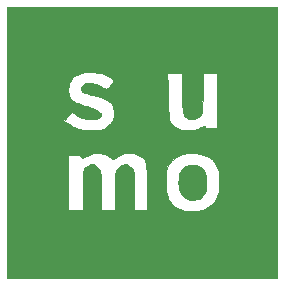
<source format=gbr>
G04 #@! TF.GenerationSoftware,KiCad,Pcbnew,(5.1.10)-1*
G04 #@! TF.CreationDate,2021-09-01T23:51:14-05:00*
G04 #@! TF.ProjectId,Bsides-KC-2021-Sumo-Logic-Sponsor-SAO-SVG2Shenzen v1_00 (Paths),42736964-6573-42d4-9b43-2d323032312d,rev?*
G04 #@! TF.SameCoordinates,Original*
G04 #@! TF.FileFunction,Legend,Top*
G04 #@! TF.FilePolarity,Positive*
%FSLAX46Y46*%
G04 Gerber Fmt 4.6, Leading zero omitted, Abs format (unit mm)*
G04 Created by KiCad (PCBNEW (5.1.10)-1) date 2021-09-01 23:51:14*
%MOMM*%
%LPD*%
G01*
G04 APERTURE LIST*
%ADD10C,0.010000*%
G04 APERTURE END LIST*
D10*
G04 #@! TO.C,G\u002A\u002A\u002A*
G36*
X156689667Y-91055834D02*
G01*
X133850834Y-91055834D01*
X133850834Y-80595604D01*
X139036667Y-80595604D01*
X139036667Y-85256167D01*
X140264334Y-85256167D01*
X140264880Y-83875042D01*
X140265295Y-83542429D01*
X140266426Y-83249292D01*
X140268520Y-82992774D01*
X140271825Y-82770021D01*
X140276586Y-82578177D01*
X140283052Y-82414387D01*
X140291468Y-82275795D01*
X140302083Y-82159546D01*
X140315143Y-82062784D01*
X140330895Y-81982654D01*
X140349587Y-81916301D01*
X140371465Y-81860869D01*
X140396777Y-81813502D01*
X140425769Y-81771346D01*
X140449407Y-81742213D01*
X140509521Y-81683211D01*
X140594914Y-81613419D01*
X140693318Y-81541598D01*
X140792464Y-81476510D01*
X140880083Y-81426914D01*
X140910930Y-81412629D01*
X141025517Y-81385527D01*
X141145245Y-81392616D01*
X141235227Y-81423586D01*
X141309666Y-81472448D01*
X141397712Y-81546667D01*
X141489673Y-81636256D01*
X141575853Y-81731230D01*
X141646559Y-81821601D01*
X141689167Y-81891188D01*
X141712272Y-81939520D01*
X141732373Y-81985620D01*
X141749700Y-82032716D01*
X141764484Y-82084030D01*
X141776953Y-82142786D01*
X141787339Y-82212210D01*
X141795871Y-82295526D01*
X141802779Y-82395958D01*
X141808293Y-82516730D01*
X141812643Y-82661066D01*
X141816059Y-82832192D01*
X141818770Y-83033330D01*
X141821008Y-83267707D01*
X141823001Y-83538545D01*
X141824616Y-83790375D01*
X141833732Y-85256167D01*
X142994834Y-85256167D01*
X142995169Y-83980875D01*
X142995640Y-83658157D01*
X142996941Y-83374725D01*
X142999178Y-83127535D01*
X143002453Y-82913545D01*
X143006871Y-82729713D01*
X143012535Y-82572998D01*
X143019549Y-82440356D01*
X143028017Y-82328746D01*
X143038044Y-82235125D01*
X143049732Y-82156451D01*
X143059116Y-82107907D01*
X143102833Y-81974990D01*
X143177125Y-81849980D01*
X143285968Y-81727254D01*
X143397140Y-81629709D01*
X143544540Y-81517641D01*
X143671368Y-81438686D01*
X143783549Y-81392943D01*
X143887006Y-81380509D01*
X143987664Y-81401482D01*
X144091447Y-81455960D01*
X144204279Y-81544040D01*
X144311100Y-81644778D01*
X144417001Y-81762699D01*
X144494647Y-81881831D01*
X144550909Y-82015350D01*
X144592658Y-82176431D01*
X144595402Y-82190022D01*
X144602488Y-82230454D01*
X144608664Y-82277697D01*
X144614018Y-82335009D01*
X144618639Y-82405647D01*
X144622617Y-82492868D01*
X144626041Y-82599931D01*
X144628999Y-82730092D01*
X144631581Y-82886609D01*
X144633876Y-83072740D01*
X144635973Y-83291742D01*
X144637961Y-83546873D01*
X144639739Y-83811542D01*
X144648935Y-85256167D01*
X145725334Y-85256167D01*
X145725060Y-84076125D01*
X145723828Y-83622583D01*
X145720320Y-83210201D01*
X145716188Y-82946702D01*
X147322921Y-82946702D01*
X147324145Y-83128777D01*
X147327112Y-83300372D01*
X147331857Y-83454888D01*
X147338416Y-83585727D01*
X147346823Y-83686289D01*
X147350579Y-83715659D01*
X147397561Y-83971644D01*
X147459145Y-84192834D01*
X147537835Y-84385000D01*
X147636133Y-84553912D01*
X147756542Y-84705344D01*
X147799108Y-84750002D01*
X148023728Y-84948111D01*
X148269614Y-85110603D01*
X148537989Y-85238059D01*
X148830074Y-85331062D01*
X149143750Y-85389760D01*
X149236706Y-85397349D01*
X149360325Y-85401144D01*
X149503130Y-85401382D01*
X149653643Y-85398301D01*
X149800386Y-85392138D01*
X149931882Y-85383130D01*
X150036654Y-85371516D01*
X150038452Y-85371251D01*
X150344754Y-85306061D01*
X150634156Y-85204795D01*
X150903227Y-85069207D01*
X151148538Y-84901054D01*
X151366660Y-84702090D01*
X151385772Y-84681726D01*
X151505969Y-84532977D01*
X151603197Y-84368866D01*
X151680099Y-84183055D01*
X151739320Y-83969209D01*
X151781917Y-83732167D01*
X151791167Y-83641481D01*
X151798640Y-83515990D01*
X151804334Y-83363163D01*
X151808246Y-83190472D01*
X151810374Y-83005389D01*
X151810716Y-82815383D01*
X151809270Y-82627926D01*
X151806034Y-82450488D01*
X151801005Y-82290542D01*
X151794182Y-82155557D01*
X151785561Y-82053005D01*
X151782421Y-82028250D01*
X151741513Y-81818122D01*
X151679999Y-81632089D01*
X151593278Y-81461606D01*
X151476749Y-81298126D01*
X151325812Y-81133104D01*
X151272895Y-81081793D01*
X151039907Y-80889897D01*
X150782945Y-80732274D01*
X150503627Y-80609474D01*
X150203571Y-80522047D01*
X149884393Y-80470544D01*
X149547711Y-80455514D01*
X149440084Y-80458345D01*
X149099650Y-80491112D01*
X148782134Y-80559462D01*
X148487489Y-80663413D01*
X148215670Y-80802986D01*
X147966630Y-80978198D01*
X147790151Y-81137623D01*
X147634496Y-81313410D01*
X147515049Y-81495761D01*
X147426307Y-81694858D01*
X147362764Y-81920882D01*
X147360165Y-81933000D01*
X147350184Y-82003679D01*
X147341697Y-82110067D01*
X147334741Y-82245566D01*
X147329349Y-82403578D01*
X147325558Y-82577504D01*
X147323404Y-82760744D01*
X147322921Y-82946702D01*
X145716188Y-82946702D01*
X145714480Y-82837865D01*
X145706258Y-82504461D01*
X145695599Y-82208873D01*
X145682451Y-81949988D01*
X145666761Y-81726690D01*
X145648476Y-81537866D01*
X145627543Y-81382401D01*
X145603909Y-81259181D01*
X145588536Y-81200682D01*
X145526414Y-81063461D01*
X145427325Y-80934102D01*
X145296271Y-80814923D01*
X145138254Y-80708243D01*
X144958276Y-80616381D01*
X144761339Y-80541656D01*
X144552445Y-80486387D01*
X144336597Y-80452894D01*
X144118796Y-80443494D01*
X143973439Y-80451914D01*
X143780030Y-80480737D01*
X143607650Y-80528124D01*
X143444741Y-80598821D01*
X143279743Y-80697570D01*
X143153584Y-80788382D01*
X143072988Y-80846290D01*
X142996277Y-80895393D01*
X142934820Y-80928671D01*
X142911705Y-80937669D01*
X142850866Y-80944636D01*
X142782922Y-80930588D01*
X142701852Y-80892937D01*
X142601638Y-80829096D01*
X142518584Y-80768727D01*
X142348003Y-80654028D01*
X142176743Y-80568842D01*
X141994724Y-80509732D01*
X141791864Y-80473261D01*
X141607297Y-80458049D01*
X141378336Y-80456045D01*
X141175090Y-80476146D01*
X140985500Y-80521347D01*
X140797506Y-80594640D01*
X140599051Y-80699021D01*
X140571618Y-80715170D01*
X140446564Y-80786258D01*
X140349830Y-80832310D01*
X140276202Y-80854135D01*
X140220469Y-80852537D01*
X140177419Y-80828323D01*
X140141839Y-80782299D01*
X140141492Y-80781711D01*
X140098546Y-80729058D01*
X140033220Y-80686578D01*
X139975359Y-80661174D01*
X139927493Y-80643815D01*
X139879434Y-80630805D01*
X139823642Y-80621331D01*
X139752578Y-80614584D01*
X139658699Y-80609751D01*
X139534465Y-80606022D01*
X139444125Y-80604015D01*
X139036667Y-80595604D01*
X133850834Y-80595604D01*
X133850834Y-77732256D01*
X138702362Y-77732256D01*
X138959473Y-77915045D01*
X139123749Y-78030139D01*
X139261444Y-78122362D01*
X139378954Y-78195389D01*
X139482676Y-78252892D01*
X139579006Y-78298546D01*
X139674340Y-78336024D01*
X139719255Y-78351409D01*
X139890250Y-78401210D01*
X140073691Y-78441409D01*
X140274575Y-78472527D01*
X140497896Y-78495082D01*
X140748651Y-78509593D01*
X141031833Y-78516580D01*
X141312084Y-78516914D01*
X141473906Y-78515432D01*
X141599679Y-78513429D01*
X141695683Y-78510389D01*
X141768204Y-78505800D01*
X141823523Y-78499147D01*
X141867923Y-78489915D01*
X141907687Y-78477591D01*
X141939322Y-78465583D01*
X142068890Y-78401293D01*
X142215218Y-78306254D01*
X142371861Y-78185121D01*
X142532374Y-78042552D01*
X142555449Y-78020510D01*
X142671102Y-77900104D01*
X142760540Y-77783784D01*
X142826347Y-77664032D01*
X142871103Y-77533329D01*
X142897391Y-77384157D01*
X142907793Y-77208998D01*
X142904980Y-77002710D01*
X142889589Y-76794782D01*
X142858458Y-76619245D01*
X142808484Y-76468085D01*
X142736562Y-76333290D01*
X142639588Y-76206846D01*
X142567247Y-76130826D01*
X142451520Y-76034926D01*
X142302807Y-75940005D01*
X142130259Y-75851125D01*
X141943025Y-75773347D01*
X141882265Y-75751888D01*
X141808053Y-75729057D01*
X141701604Y-75699377D01*
X141572000Y-75665224D01*
X141428319Y-75628971D01*
X141279642Y-75592995D01*
X141233327Y-75582123D01*
X140982026Y-75521231D01*
X140769788Y-75464381D01*
X140593661Y-75410424D01*
X140450694Y-75358210D01*
X140337936Y-75306590D01*
X140252435Y-75254416D01*
X140191240Y-75200539D01*
X140164306Y-75165920D01*
X140133535Y-75082738D01*
X140133962Y-74984049D01*
X140163057Y-74879928D01*
X140218290Y-74780449D01*
X140278270Y-74712204D01*
X140403328Y-74624472D01*
X140558929Y-74564418D01*
X140743158Y-74532548D01*
X140954099Y-74529365D01*
X140970424Y-74530265D01*
X141117052Y-74546389D01*
X141265370Y-74578681D01*
X141422085Y-74629517D01*
X141593905Y-74701271D01*
X141787536Y-74796319D01*
X141916571Y-74865296D01*
X142026110Y-74924891D01*
X142122827Y-74976738D01*
X142200643Y-75017641D01*
X142253480Y-75044404D01*
X142275190Y-75053834D01*
X142295788Y-75038725D01*
X142338702Y-74997262D01*
X142398703Y-74935237D01*
X142470565Y-74858445D01*
X142549059Y-74772678D01*
X142628958Y-74683730D01*
X142705035Y-74597394D01*
X142772062Y-74519464D01*
X142824811Y-74455733D01*
X142858055Y-74411995D01*
X142865792Y-74399301D01*
X142880057Y-74352080D01*
X142872846Y-74306652D01*
X142840367Y-74257202D01*
X142778830Y-74197913D01*
X142686845Y-74124788D01*
X142444032Y-73966081D01*
X142171485Y-73833800D01*
X141873645Y-73729394D01*
X141835192Y-73720334D01*
X147434985Y-73720334D01*
X147447710Y-74074875D01*
X147452268Y-74209934D01*
X147457339Y-74373653D01*
X147462527Y-74552365D01*
X147467435Y-74732408D01*
X147471668Y-74900117D01*
X147471801Y-74905667D01*
X147481470Y-75304114D01*
X147490604Y-75662612D01*
X147499403Y-75983542D01*
X147508070Y-76269280D01*
X147516809Y-76522207D01*
X147525821Y-76744701D01*
X147535309Y-76939141D01*
X147545475Y-77107905D01*
X147556521Y-77253373D01*
X147568651Y-77377923D01*
X147582066Y-77483934D01*
X147596969Y-77573784D01*
X147613563Y-77649853D01*
X147632049Y-77714519D01*
X147652631Y-77770161D01*
X147675511Y-77819158D01*
X147700890Y-77863889D01*
X147726948Y-77903793D01*
X147860062Y-78061619D01*
X148028651Y-78201334D01*
X148229022Y-78320891D01*
X148457484Y-78418244D01*
X148710344Y-78491347D01*
X148831091Y-78515784D01*
X148959064Y-78531245D01*
X149113290Y-78538727D01*
X149281328Y-78538627D01*
X149450735Y-78531346D01*
X149609068Y-78517281D01*
X149743885Y-78496830D01*
X149796623Y-78484855D01*
X149901090Y-78451685D01*
X150012745Y-78407399D01*
X150103539Y-78363586D01*
X150245175Y-78286381D01*
X150354854Y-78229198D01*
X150437135Y-78190640D01*
X150496575Y-78169310D01*
X150537733Y-78163811D01*
X150565166Y-78172744D01*
X150583432Y-78194713D01*
X150591986Y-78213828D01*
X150621049Y-78263273D01*
X150669148Y-78302481D01*
X150740227Y-78332365D01*
X150838232Y-78353838D01*
X150967107Y-78367815D01*
X151130799Y-78375208D01*
X151296614Y-78377000D01*
X151673167Y-78377000D01*
X151673167Y-73720334D01*
X150424334Y-73720334D01*
X150423967Y-75122625D01*
X150423715Y-75453346D01*
X150422930Y-75744617D01*
X150421294Y-75999321D01*
X150418487Y-76220339D01*
X150414191Y-76410554D01*
X150408087Y-76572848D01*
X150399856Y-76710105D01*
X150389179Y-76825207D01*
X150375737Y-76921035D01*
X150359212Y-77000474D01*
X150339284Y-77066404D01*
X150315635Y-77121709D01*
X150287946Y-77169271D01*
X150255898Y-77211973D01*
X150219172Y-77252697D01*
X150184493Y-77287466D01*
X150041861Y-77405493D01*
X149883146Y-77499973D01*
X149717069Y-77567403D01*
X149552350Y-77604279D01*
X149397711Y-77607098D01*
X149390879Y-77606339D01*
X149245629Y-77570970D01*
X149106949Y-77503543D01*
X148984313Y-77410814D01*
X148887191Y-77299540D01*
X148838647Y-77212357D01*
X148811884Y-77138589D01*
X148788187Y-77047513D01*
X148767415Y-76936822D01*
X148749429Y-76804212D01*
X148734090Y-76647378D01*
X148721257Y-76464014D01*
X148710792Y-76251815D01*
X148702555Y-76008476D01*
X148696407Y-75731692D01*
X148692207Y-75419157D01*
X148689816Y-75068567D01*
X148689104Y-74741625D01*
X148688667Y-73720334D01*
X147434985Y-73720334D01*
X141835192Y-73720334D01*
X141554958Y-73654309D01*
X141219865Y-73609994D01*
X141079250Y-73601075D01*
X140780366Y-73600976D01*
X140496477Y-73626509D01*
X140230487Y-73676310D01*
X139985298Y-73749012D01*
X139763815Y-73843248D01*
X139568941Y-73957652D01*
X139403579Y-74090858D01*
X139270632Y-74241500D01*
X139173004Y-74408210D01*
X139131949Y-74517497D01*
X139105363Y-74631997D01*
X139083925Y-74775794D01*
X139068824Y-74936038D01*
X139061254Y-75099879D01*
X139062406Y-75254465D01*
X139062784Y-75263287D01*
X139083963Y-75466863D01*
X139129680Y-75639817D01*
X139203131Y-75788085D01*
X139307507Y-75917604D01*
X139446001Y-76034310D01*
X139495906Y-76068516D01*
X139598096Y-76130184D01*
X139714285Y-76189300D01*
X139849574Y-76247863D01*
X140009063Y-76307869D01*
X140197855Y-76371314D01*
X140421049Y-76440197D01*
X140520188Y-76469452D01*
X140659754Y-76510775D01*
X140795185Y-76551925D01*
X140917710Y-76590156D01*
X141018557Y-76622725D01*
X141088953Y-76646888D01*
X141097236Y-76649953D01*
X141268866Y-76721812D01*
X141427224Y-76802098D01*
X141566371Y-76886933D01*
X141680368Y-76972443D01*
X141763275Y-77054749D01*
X141799627Y-77108373D01*
X141830514Y-77204646D01*
X141822706Y-77294045D01*
X141779479Y-77375209D01*
X141704111Y-77446779D01*
X141599880Y-77507392D01*
X141470062Y-77555689D01*
X141317934Y-77590309D01*
X141146775Y-77609891D01*
X140959860Y-77613074D01*
X140760468Y-77598498D01*
X140654698Y-77583734D01*
X140493507Y-77553689D01*
X140347503Y-77516870D01*
X140208010Y-77469716D01*
X140066355Y-77408667D01*
X139913861Y-77330162D01*
X139741855Y-77230642D01*
X139635319Y-77165365D01*
X139376721Y-77004556D01*
X139317819Y-77075755D01*
X139284498Y-77113745D01*
X139227749Y-77175985D01*
X139153429Y-77256155D01*
X139067395Y-77347935D01*
X138980639Y-77439605D01*
X138702362Y-77732256D01*
X133850834Y-77732256D01*
X133850834Y-68068834D01*
X156689667Y-68068834D01*
X156689667Y-91055834D01*
G37*
X156689667Y-91055834D02*
X133850834Y-91055834D01*
X133850834Y-80595604D01*
X139036667Y-80595604D01*
X139036667Y-85256167D01*
X140264334Y-85256167D01*
X140264880Y-83875042D01*
X140265295Y-83542429D01*
X140266426Y-83249292D01*
X140268520Y-82992774D01*
X140271825Y-82770021D01*
X140276586Y-82578177D01*
X140283052Y-82414387D01*
X140291468Y-82275795D01*
X140302083Y-82159546D01*
X140315143Y-82062784D01*
X140330895Y-81982654D01*
X140349587Y-81916301D01*
X140371465Y-81860869D01*
X140396777Y-81813502D01*
X140425769Y-81771346D01*
X140449407Y-81742213D01*
X140509521Y-81683211D01*
X140594914Y-81613419D01*
X140693318Y-81541598D01*
X140792464Y-81476510D01*
X140880083Y-81426914D01*
X140910930Y-81412629D01*
X141025517Y-81385527D01*
X141145245Y-81392616D01*
X141235227Y-81423586D01*
X141309666Y-81472448D01*
X141397712Y-81546667D01*
X141489673Y-81636256D01*
X141575853Y-81731230D01*
X141646559Y-81821601D01*
X141689167Y-81891188D01*
X141712272Y-81939520D01*
X141732373Y-81985620D01*
X141749700Y-82032716D01*
X141764484Y-82084030D01*
X141776953Y-82142786D01*
X141787339Y-82212210D01*
X141795871Y-82295526D01*
X141802779Y-82395958D01*
X141808293Y-82516730D01*
X141812643Y-82661066D01*
X141816059Y-82832192D01*
X141818770Y-83033330D01*
X141821008Y-83267707D01*
X141823001Y-83538545D01*
X141824616Y-83790375D01*
X141833732Y-85256167D01*
X142994834Y-85256167D01*
X142995169Y-83980875D01*
X142995640Y-83658157D01*
X142996941Y-83374725D01*
X142999178Y-83127535D01*
X143002453Y-82913545D01*
X143006871Y-82729713D01*
X143012535Y-82572998D01*
X143019549Y-82440356D01*
X143028017Y-82328746D01*
X143038044Y-82235125D01*
X143049732Y-82156451D01*
X143059116Y-82107907D01*
X143102833Y-81974990D01*
X143177125Y-81849980D01*
X143285968Y-81727254D01*
X143397140Y-81629709D01*
X143544540Y-81517641D01*
X143671368Y-81438686D01*
X143783549Y-81392943D01*
X143887006Y-81380509D01*
X143987664Y-81401482D01*
X144091447Y-81455960D01*
X144204279Y-81544040D01*
X144311100Y-81644778D01*
X144417001Y-81762699D01*
X144494647Y-81881831D01*
X144550909Y-82015350D01*
X144592658Y-82176431D01*
X144595402Y-82190022D01*
X144602488Y-82230454D01*
X144608664Y-82277697D01*
X144614018Y-82335009D01*
X144618639Y-82405647D01*
X144622617Y-82492868D01*
X144626041Y-82599931D01*
X144628999Y-82730092D01*
X144631581Y-82886609D01*
X144633876Y-83072740D01*
X144635973Y-83291742D01*
X144637961Y-83546873D01*
X144639739Y-83811542D01*
X144648935Y-85256167D01*
X145725334Y-85256167D01*
X145725060Y-84076125D01*
X145723828Y-83622583D01*
X145720320Y-83210201D01*
X145716188Y-82946702D01*
X147322921Y-82946702D01*
X147324145Y-83128777D01*
X147327112Y-83300372D01*
X147331857Y-83454888D01*
X147338416Y-83585727D01*
X147346823Y-83686289D01*
X147350579Y-83715659D01*
X147397561Y-83971644D01*
X147459145Y-84192834D01*
X147537835Y-84385000D01*
X147636133Y-84553912D01*
X147756542Y-84705344D01*
X147799108Y-84750002D01*
X148023728Y-84948111D01*
X148269614Y-85110603D01*
X148537989Y-85238059D01*
X148830074Y-85331062D01*
X149143750Y-85389760D01*
X149236706Y-85397349D01*
X149360325Y-85401144D01*
X149503130Y-85401382D01*
X149653643Y-85398301D01*
X149800386Y-85392138D01*
X149931882Y-85383130D01*
X150036654Y-85371516D01*
X150038452Y-85371251D01*
X150344754Y-85306061D01*
X150634156Y-85204795D01*
X150903227Y-85069207D01*
X151148538Y-84901054D01*
X151366660Y-84702090D01*
X151385772Y-84681726D01*
X151505969Y-84532977D01*
X151603197Y-84368866D01*
X151680099Y-84183055D01*
X151739320Y-83969209D01*
X151781917Y-83732167D01*
X151791167Y-83641481D01*
X151798640Y-83515990D01*
X151804334Y-83363163D01*
X151808246Y-83190472D01*
X151810374Y-83005389D01*
X151810716Y-82815383D01*
X151809270Y-82627926D01*
X151806034Y-82450488D01*
X151801005Y-82290542D01*
X151794182Y-82155557D01*
X151785561Y-82053005D01*
X151782421Y-82028250D01*
X151741513Y-81818122D01*
X151679999Y-81632089D01*
X151593278Y-81461606D01*
X151476749Y-81298126D01*
X151325812Y-81133104D01*
X151272895Y-81081793D01*
X151039907Y-80889897D01*
X150782945Y-80732274D01*
X150503627Y-80609474D01*
X150203571Y-80522047D01*
X149884393Y-80470544D01*
X149547711Y-80455514D01*
X149440084Y-80458345D01*
X149099650Y-80491112D01*
X148782134Y-80559462D01*
X148487489Y-80663413D01*
X148215670Y-80802986D01*
X147966630Y-80978198D01*
X147790151Y-81137623D01*
X147634496Y-81313410D01*
X147515049Y-81495761D01*
X147426307Y-81694858D01*
X147362764Y-81920882D01*
X147360165Y-81933000D01*
X147350184Y-82003679D01*
X147341697Y-82110067D01*
X147334741Y-82245566D01*
X147329349Y-82403578D01*
X147325558Y-82577504D01*
X147323404Y-82760744D01*
X147322921Y-82946702D01*
X145716188Y-82946702D01*
X145714480Y-82837865D01*
X145706258Y-82504461D01*
X145695599Y-82208873D01*
X145682451Y-81949988D01*
X145666761Y-81726690D01*
X145648476Y-81537866D01*
X145627543Y-81382401D01*
X145603909Y-81259181D01*
X145588536Y-81200682D01*
X145526414Y-81063461D01*
X145427325Y-80934102D01*
X145296271Y-80814923D01*
X145138254Y-80708243D01*
X144958276Y-80616381D01*
X144761339Y-80541656D01*
X144552445Y-80486387D01*
X144336597Y-80452894D01*
X144118796Y-80443494D01*
X143973439Y-80451914D01*
X143780030Y-80480737D01*
X143607650Y-80528124D01*
X143444741Y-80598821D01*
X143279743Y-80697570D01*
X143153584Y-80788382D01*
X143072988Y-80846290D01*
X142996277Y-80895393D01*
X142934820Y-80928671D01*
X142911705Y-80937669D01*
X142850866Y-80944636D01*
X142782922Y-80930588D01*
X142701852Y-80892937D01*
X142601638Y-80829096D01*
X142518584Y-80768727D01*
X142348003Y-80654028D01*
X142176743Y-80568842D01*
X141994724Y-80509732D01*
X141791864Y-80473261D01*
X141607297Y-80458049D01*
X141378336Y-80456045D01*
X141175090Y-80476146D01*
X140985500Y-80521347D01*
X140797506Y-80594640D01*
X140599051Y-80699021D01*
X140571618Y-80715170D01*
X140446564Y-80786258D01*
X140349830Y-80832310D01*
X140276202Y-80854135D01*
X140220469Y-80852537D01*
X140177419Y-80828323D01*
X140141839Y-80782299D01*
X140141492Y-80781711D01*
X140098546Y-80729058D01*
X140033220Y-80686578D01*
X139975359Y-80661174D01*
X139927493Y-80643815D01*
X139879434Y-80630805D01*
X139823642Y-80621331D01*
X139752578Y-80614584D01*
X139658699Y-80609751D01*
X139534465Y-80606022D01*
X139444125Y-80604015D01*
X139036667Y-80595604D01*
X133850834Y-80595604D01*
X133850834Y-77732256D01*
X138702362Y-77732256D01*
X138959473Y-77915045D01*
X139123749Y-78030139D01*
X139261444Y-78122362D01*
X139378954Y-78195389D01*
X139482676Y-78252892D01*
X139579006Y-78298546D01*
X139674340Y-78336024D01*
X139719255Y-78351409D01*
X139890250Y-78401210D01*
X140073691Y-78441409D01*
X140274575Y-78472527D01*
X140497896Y-78495082D01*
X140748651Y-78509593D01*
X141031833Y-78516580D01*
X141312084Y-78516914D01*
X141473906Y-78515432D01*
X141599679Y-78513429D01*
X141695683Y-78510389D01*
X141768204Y-78505800D01*
X141823523Y-78499147D01*
X141867923Y-78489915D01*
X141907687Y-78477591D01*
X141939322Y-78465583D01*
X142068890Y-78401293D01*
X142215218Y-78306254D01*
X142371861Y-78185121D01*
X142532374Y-78042552D01*
X142555449Y-78020510D01*
X142671102Y-77900104D01*
X142760540Y-77783784D01*
X142826347Y-77664032D01*
X142871103Y-77533329D01*
X142897391Y-77384157D01*
X142907793Y-77208998D01*
X142904980Y-77002710D01*
X142889589Y-76794782D01*
X142858458Y-76619245D01*
X142808484Y-76468085D01*
X142736562Y-76333290D01*
X142639588Y-76206846D01*
X142567247Y-76130826D01*
X142451520Y-76034926D01*
X142302807Y-75940005D01*
X142130259Y-75851125D01*
X141943025Y-75773347D01*
X141882265Y-75751888D01*
X141808053Y-75729057D01*
X141701604Y-75699377D01*
X141572000Y-75665224D01*
X141428319Y-75628971D01*
X141279642Y-75592995D01*
X141233327Y-75582123D01*
X140982026Y-75521231D01*
X140769788Y-75464381D01*
X140593661Y-75410424D01*
X140450694Y-75358210D01*
X140337936Y-75306590D01*
X140252435Y-75254416D01*
X140191240Y-75200539D01*
X140164306Y-75165920D01*
X140133535Y-75082738D01*
X140133962Y-74984049D01*
X140163057Y-74879928D01*
X140218290Y-74780449D01*
X140278270Y-74712204D01*
X140403328Y-74624472D01*
X140558929Y-74564418D01*
X140743158Y-74532548D01*
X140954099Y-74529365D01*
X140970424Y-74530265D01*
X141117052Y-74546389D01*
X141265370Y-74578681D01*
X141422085Y-74629517D01*
X141593905Y-74701271D01*
X141787536Y-74796319D01*
X141916571Y-74865296D01*
X142026110Y-74924891D01*
X142122827Y-74976738D01*
X142200643Y-75017641D01*
X142253480Y-75044404D01*
X142275190Y-75053834D01*
X142295788Y-75038725D01*
X142338702Y-74997262D01*
X142398703Y-74935237D01*
X142470565Y-74858445D01*
X142549059Y-74772678D01*
X142628958Y-74683730D01*
X142705035Y-74597394D01*
X142772062Y-74519464D01*
X142824811Y-74455733D01*
X142858055Y-74411995D01*
X142865792Y-74399301D01*
X142880057Y-74352080D01*
X142872846Y-74306652D01*
X142840367Y-74257202D01*
X142778830Y-74197913D01*
X142686845Y-74124788D01*
X142444032Y-73966081D01*
X142171485Y-73833800D01*
X141873645Y-73729394D01*
X141835192Y-73720334D01*
X147434985Y-73720334D01*
X147447710Y-74074875D01*
X147452268Y-74209934D01*
X147457339Y-74373653D01*
X147462527Y-74552365D01*
X147467435Y-74732408D01*
X147471668Y-74900117D01*
X147471801Y-74905667D01*
X147481470Y-75304114D01*
X147490604Y-75662612D01*
X147499403Y-75983542D01*
X147508070Y-76269280D01*
X147516809Y-76522207D01*
X147525821Y-76744701D01*
X147535309Y-76939141D01*
X147545475Y-77107905D01*
X147556521Y-77253373D01*
X147568651Y-77377923D01*
X147582066Y-77483934D01*
X147596969Y-77573784D01*
X147613563Y-77649853D01*
X147632049Y-77714519D01*
X147652631Y-77770161D01*
X147675511Y-77819158D01*
X147700890Y-77863889D01*
X147726948Y-77903793D01*
X147860062Y-78061619D01*
X148028651Y-78201334D01*
X148229022Y-78320891D01*
X148457484Y-78418244D01*
X148710344Y-78491347D01*
X148831091Y-78515784D01*
X148959064Y-78531245D01*
X149113290Y-78538727D01*
X149281328Y-78538627D01*
X149450735Y-78531346D01*
X149609068Y-78517281D01*
X149743885Y-78496830D01*
X149796623Y-78484855D01*
X149901090Y-78451685D01*
X150012745Y-78407399D01*
X150103539Y-78363586D01*
X150245175Y-78286381D01*
X150354854Y-78229198D01*
X150437135Y-78190640D01*
X150496575Y-78169310D01*
X150537733Y-78163811D01*
X150565166Y-78172744D01*
X150583432Y-78194713D01*
X150591986Y-78213828D01*
X150621049Y-78263273D01*
X150669148Y-78302481D01*
X150740227Y-78332365D01*
X150838232Y-78353838D01*
X150967107Y-78367815D01*
X151130799Y-78375208D01*
X151296614Y-78377000D01*
X151673167Y-78377000D01*
X151673167Y-73720334D01*
X150424334Y-73720334D01*
X150423967Y-75122625D01*
X150423715Y-75453346D01*
X150422930Y-75744617D01*
X150421294Y-75999321D01*
X150418487Y-76220339D01*
X150414191Y-76410554D01*
X150408087Y-76572848D01*
X150399856Y-76710105D01*
X150389179Y-76825207D01*
X150375737Y-76921035D01*
X150359212Y-77000474D01*
X150339284Y-77066404D01*
X150315635Y-77121709D01*
X150287946Y-77169271D01*
X150255898Y-77211973D01*
X150219172Y-77252697D01*
X150184493Y-77287466D01*
X150041861Y-77405493D01*
X149883146Y-77499973D01*
X149717069Y-77567403D01*
X149552350Y-77604279D01*
X149397711Y-77607098D01*
X149390879Y-77606339D01*
X149245629Y-77570970D01*
X149106949Y-77503543D01*
X148984313Y-77410814D01*
X148887191Y-77299540D01*
X148838647Y-77212357D01*
X148811884Y-77138589D01*
X148788187Y-77047513D01*
X148767415Y-76936822D01*
X148749429Y-76804212D01*
X148734090Y-76647378D01*
X148721257Y-76464014D01*
X148710792Y-76251815D01*
X148702555Y-76008476D01*
X148696407Y-75731692D01*
X148692207Y-75419157D01*
X148689816Y-75068567D01*
X148689104Y-74741625D01*
X148688667Y-73720334D01*
X147434985Y-73720334D01*
X141835192Y-73720334D01*
X141554958Y-73654309D01*
X141219865Y-73609994D01*
X141079250Y-73601075D01*
X140780366Y-73600976D01*
X140496477Y-73626509D01*
X140230487Y-73676310D01*
X139985298Y-73749012D01*
X139763815Y-73843248D01*
X139568941Y-73957652D01*
X139403579Y-74090858D01*
X139270632Y-74241500D01*
X139173004Y-74408210D01*
X139131949Y-74517497D01*
X139105363Y-74631997D01*
X139083925Y-74775794D01*
X139068824Y-74936038D01*
X139061254Y-75099879D01*
X139062406Y-75254465D01*
X139062784Y-75263287D01*
X139083963Y-75466863D01*
X139129680Y-75639817D01*
X139203131Y-75788085D01*
X139307507Y-75917604D01*
X139446001Y-76034310D01*
X139495906Y-76068516D01*
X139598096Y-76130184D01*
X139714285Y-76189300D01*
X139849574Y-76247863D01*
X140009063Y-76307869D01*
X140197855Y-76371314D01*
X140421049Y-76440197D01*
X140520188Y-76469452D01*
X140659754Y-76510775D01*
X140795185Y-76551925D01*
X140917710Y-76590156D01*
X141018557Y-76622725D01*
X141088953Y-76646888D01*
X141097236Y-76649953D01*
X141268866Y-76721812D01*
X141427224Y-76802098D01*
X141566371Y-76886933D01*
X141680368Y-76972443D01*
X141763275Y-77054749D01*
X141799627Y-77108373D01*
X141830514Y-77204646D01*
X141822706Y-77294045D01*
X141779479Y-77375209D01*
X141704111Y-77446779D01*
X141599880Y-77507392D01*
X141470062Y-77555689D01*
X141317934Y-77590309D01*
X141146775Y-77609891D01*
X140959860Y-77613074D01*
X140760468Y-77598498D01*
X140654698Y-77583734D01*
X140493507Y-77553689D01*
X140347503Y-77516870D01*
X140208010Y-77469716D01*
X140066355Y-77408667D01*
X139913861Y-77330162D01*
X139741855Y-77230642D01*
X139635319Y-77165365D01*
X139376721Y-77004556D01*
X139317819Y-77075755D01*
X139284498Y-77113745D01*
X139227749Y-77175985D01*
X139153429Y-77256155D01*
X139067395Y-77347935D01*
X138980639Y-77439605D01*
X138702362Y-77732256D01*
X133850834Y-77732256D01*
X133850834Y-68068834D01*
X156689667Y-68068834D01*
X156689667Y-91055834D01*
G36*
X149697624Y-81454133D02*
G01*
X149860136Y-81476626D01*
X150065253Y-81534175D01*
X150242115Y-81623142D01*
X150391317Y-81743963D01*
X150513454Y-81897072D01*
X150570420Y-81997421D01*
X150623418Y-82111493D01*
X150663847Y-82220441D01*
X150693206Y-82332692D01*
X150712997Y-82456671D01*
X150724719Y-82600804D01*
X150729873Y-82773517D01*
X150730434Y-82896084D01*
X150724342Y-83163520D01*
X150706276Y-83394024D01*
X150674803Y-83591662D01*
X150628486Y-83760501D01*
X150565893Y-83904611D01*
X150485589Y-84028056D01*
X150386139Y-84134906D01*
X150266109Y-84229227D01*
X150258492Y-84234395D01*
X150088055Y-84325497D01*
X149894819Y-84387883D01*
X149688620Y-84419806D01*
X149479293Y-84419514D01*
X149334250Y-84398809D01*
X149154622Y-84345114D01*
X148981667Y-84262570D01*
X148823742Y-84156978D01*
X148689199Y-84034139D01*
X148586395Y-83899855D01*
X148567168Y-83866183D01*
X148489112Y-83682745D01*
X148432272Y-83470918D01*
X148396625Y-83238932D01*
X148382151Y-82995019D01*
X148388826Y-82747409D01*
X148416630Y-82504334D01*
X148465540Y-82274026D01*
X148535535Y-82064714D01*
X148572154Y-81983127D01*
X148652727Y-81851034D01*
X148756773Y-81728535D01*
X148874481Y-81625148D01*
X148996040Y-81550387D01*
X149035723Y-81533472D01*
X149241409Y-81476386D01*
X149465876Y-81449675D01*
X149697624Y-81454133D01*
G37*
X149697624Y-81454133D02*
X149860136Y-81476626D01*
X150065253Y-81534175D01*
X150242115Y-81623142D01*
X150391317Y-81743963D01*
X150513454Y-81897072D01*
X150570420Y-81997421D01*
X150623418Y-82111493D01*
X150663847Y-82220441D01*
X150693206Y-82332692D01*
X150712997Y-82456671D01*
X150724719Y-82600804D01*
X150729873Y-82773517D01*
X150730434Y-82896084D01*
X150724342Y-83163520D01*
X150706276Y-83394024D01*
X150674803Y-83591662D01*
X150628486Y-83760501D01*
X150565893Y-83904611D01*
X150485589Y-84028056D01*
X150386139Y-84134906D01*
X150266109Y-84229227D01*
X150258492Y-84234395D01*
X150088055Y-84325497D01*
X149894819Y-84387883D01*
X149688620Y-84419806D01*
X149479293Y-84419514D01*
X149334250Y-84398809D01*
X149154622Y-84345114D01*
X148981667Y-84262570D01*
X148823742Y-84156978D01*
X148689199Y-84034139D01*
X148586395Y-83899855D01*
X148567168Y-83866183D01*
X148489112Y-83682745D01*
X148432272Y-83470918D01*
X148396625Y-83238932D01*
X148382151Y-82995019D01*
X148388826Y-82747409D01*
X148416630Y-82504334D01*
X148465540Y-82274026D01*
X148535535Y-82064714D01*
X148572154Y-81983127D01*
X148652727Y-81851034D01*
X148756773Y-81728535D01*
X148874481Y-81625148D01*
X148996040Y-81550387D01*
X149035723Y-81533472D01*
X149241409Y-81476386D01*
X149465876Y-81449675D01*
X149697624Y-81454133D01*
G04 #@! TD*
M02*

</source>
